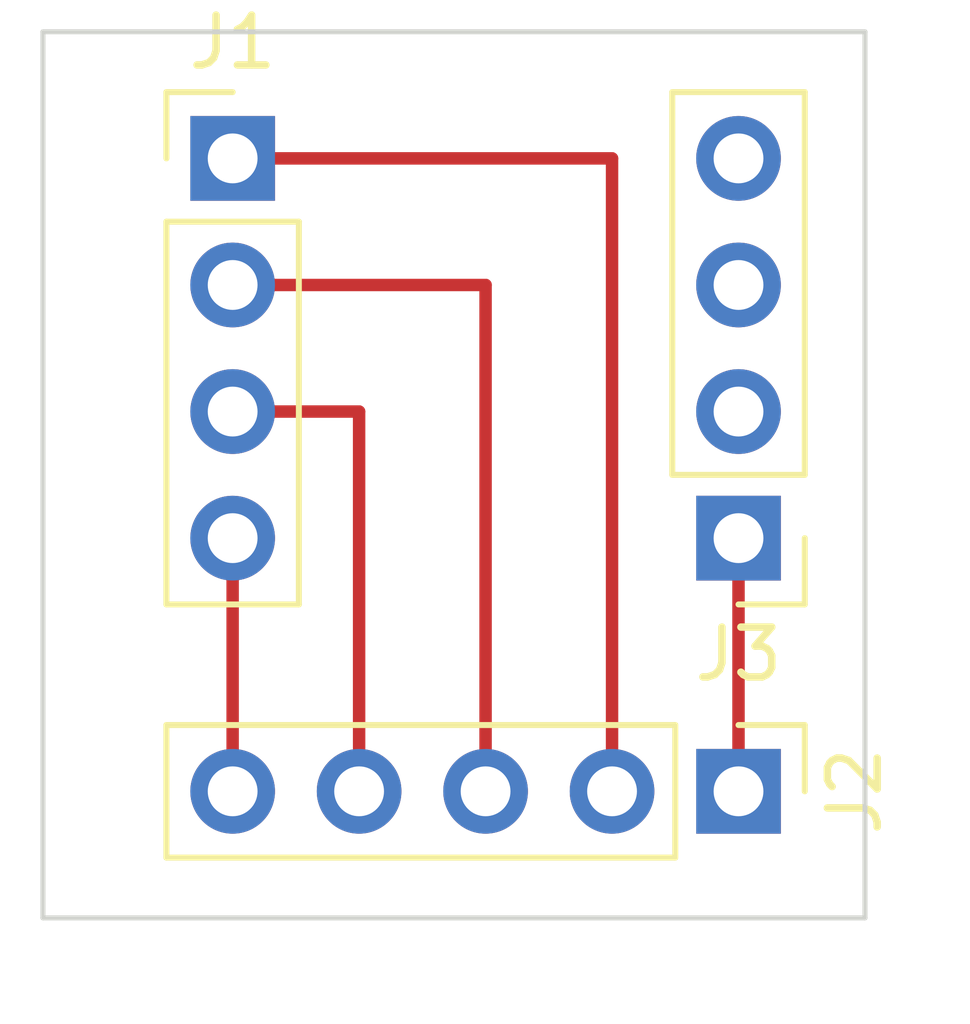
<source format=kicad_pcb>
(kicad_pcb (version 20171130) (host pcbnew "(5.1.10)-1")

  (general
    (thickness 1.6)
    (drawings 4)
    (tracks 8)
    (zones 0)
    (modules 3)
    (nets 9)
  )

  (page A4)
  (layers
    (0 F.Cu signal)
    (31 B.Cu signal)
    (32 B.Adhes user)
    (33 F.Adhes user)
    (34 B.Paste user)
    (35 F.Paste user)
    (36 B.SilkS user)
    (37 F.SilkS user)
    (38 B.Mask user)
    (39 F.Mask user)
    (40 Dwgs.User user)
    (41 Cmts.User user)
    (42 Eco1.User user)
    (43 Eco2.User user)
    (44 Edge.Cuts user)
    (45 Margin user)
    (46 B.CrtYd user)
    (47 F.CrtYd user)
    (48 B.Fab user)
    (49 F.Fab user)
  )

  (setup
    (last_trace_width 0.25)
    (trace_clearance 0.2)
    (zone_clearance 0.508)
    (zone_45_only no)
    (trace_min 0.2)
    (via_size 0.8)
    (via_drill 0.4)
    (via_min_size 0.4)
    (via_min_drill 0.3)
    (uvia_size 0.3)
    (uvia_drill 0.1)
    (uvias_allowed no)
    (uvia_min_size 0.2)
    (uvia_min_drill 0.1)
    (edge_width 0.05)
    (segment_width 0.2)
    (pcb_text_width 0.3)
    (pcb_text_size 1.5 1.5)
    (mod_edge_width 0.12)
    (mod_text_size 1 1)
    (mod_text_width 0.15)
    (pad_size 1.524 1.524)
    (pad_drill 0.762)
    (pad_to_mask_clearance 0)
    (aux_axis_origin 0 0)
    (visible_elements 7FFFFFFF)
    (pcbplotparams
      (layerselection 0x010fc_ffffffff)
      (usegerberextensions false)
      (usegerberattributes true)
      (usegerberadvancedattributes true)
      (creategerberjobfile true)
      (excludeedgelayer true)
      (linewidth 0.100000)
      (plotframeref false)
      (viasonmask false)
      (mode 1)
      (useauxorigin false)
      (hpglpennumber 1)
      (hpglpenspeed 20)
      (hpglpendiameter 15.000000)
      (psnegative false)
      (psa4output false)
      (plotreference true)
      (plotvalue true)
      (plotinvisibletext false)
      (padsonsilk false)
      (subtractmaskfromsilk false)
      (outputformat 1)
      (mirror false)
      (drillshape 1)
      (scaleselection 1)
      (outputdirectory ""))
  )

  (net 0 "")
  (net 1 "Net-(J1-Pad4)")
  (net 2 "Net-(J1-Pad3)")
  (net 3 "Net-(J1-Pad2)")
  (net 4 "Net-(J1-Pad1)")
  (net 5 "Net-(J2-Pad1)")
  (net 6 "Net-(J3-Pad4)")
  (net 7 "Net-(J3-Pad3)")
  (net 8 "Net-(J3-Pad2)")

  (net_class Default "This is the default net class."
    (clearance 0.2)
    (trace_width 0.25)
    (via_dia 0.8)
    (via_drill 0.4)
    (uvia_dia 0.3)
    (uvia_drill 0.1)
    (add_net "Net-(J1-Pad1)")
    (add_net "Net-(J1-Pad2)")
    (add_net "Net-(J1-Pad3)")
    (add_net "Net-(J1-Pad4)")
    (add_net "Net-(J2-Pad1)")
    (add_net "Net-(J3-Pad2)")
    (add_net "Net-(J3-Pad3)")
    (add_net "Net-(J3-Pad4)")
  )

  (module Connector_PinHeader_2.54mm:PinHeader_1x04_P2.54mm_Vertical (layer F.Cu) (tedit 59FED5CC) (tstamp 6180B5F9)
    (at 144.78 88.9 180)
    (descr "Through hole straight pin header, 1x04, 2.54mm pitch, single row")
    (tags "Through hole pin header THT 1x04 2.54mm single row")
    (path /6180596A)
    (fp_text reference J3 (at 0 -2.33) (layer F.SilkS)
      (effects (font (size 1 1) (thickness 0.15)))
    )
    (fp_text value Conn_01x04 (at 0 9.95) (layer F.Fab)
      (effects (font (size 1 1) (thickness 0.15)))
    )
    (fp_line (start 1.8 -1.8) (end -1.8 -1.8) (layer F.CrtYd) (width 0.05))
    (fp_line (start 1.8 9.4) (end 1.8 -1.8) (layer F.CrtYd) (width 0.05))
    (fp_line (start -1.8 9.4) (end 1.8 9.4) (layer F.CrtYd) (width 0.05))
    (fp_line (start -1.8 -1.8) (end -1.8 9.4) (layer F.CrtYd) (width 0.05))
    (fp_line (start -1.33 -1.33) (end 0 -1.33) (layer F.SilkS) (width 0.12))
    (fp_line (start -1.33 0) (end -1.33 -1.33) (layer F.SilkS) (width 0.12))
    (fp_line (start -1.33 1.27) (end 1.33 1.27) (layer F.SilkS) (width 0.12))
    (fp_line (start 1.33 1.27) (end 1.33 8.95) (layer F.SilkS) (width 0.12))
    (fp_line (start -1.33 1.27) (end -1.33 8.95) (layer F.SilkS) (width 0.12))
    (fp_line (start -1.33 8.95) (end 1.33 8.95) (layer F.SilkS) (width 0.12))
    (fp_line (start -1.27 -0.635) (end -0.635 -1.27) (layer F.Fab) (width 0.1))
    (fp_line (start -1.27 8.89) (end -1.27 -0.635) (layer F.Fab) (width 0.1))
    (fp_line (start 1.27 8.89) (end -1.27 8.89) (layer F.Fab) (width 0.1))
    (fp_line (start 1.27 -1.27) (end 1.27 8.89) (layer F.Fab) (width 0.1))
    (fp_line (start -0.635 -1.27) (end 1.27 -1.27) (layer F.Fab) (width 0.1))
    (fp_text user %R (at 0 3.81 90) (layer F.Fab)
      (effects (font (size 1 1) (thickness 0.15)))
    )
    (pad 4 thru_hole oval (at 0 7.62 180) (size 1.7 1.7) (drill 1) (layers *.Cu *.Mask)
      (net 6 "Net-(J3-Pad4)"))
    (pad 3 thru_hole oval (at 0 5.08 180) (size 1.7 1.7) (drill 1) (layers *.Cu *.Mask)
      (net 7 "Net-(J3-Pad3)"))
    (pad 2 thru_hole oval (at 0 2.54 180) (size 1.7 1.7) (drill 1) (layers *.Cu *.Mask)
      (net 8 "Net-(J3-Pad2)"))
    (pad 1 thru_hole rect (at 0 0 180) (size 1.7 1.7) (drill 1) (layers *.Cu *.Mask)
      (net 5 "Net-(J2-Pad1)"))
    (model ${KISYS3DMOD}/Connector_PinHeader_2.54mm.3dshapes/PinHeader_1x04_P2.54mm_Vertical.wrl
      (at (xyz 0 0 0))
      (scale (xyz 1 1 1))
      (rotate (xyz 0 0 0))
    )
  )

  (module Connector_PinHeader_2.54mm:PinHeader_1x05_P2.54mm_Vertical (layer F.Cu) (tedit 59FED5CC) (tstamp 6180B5E1)
    (at 144.78 93.98 270)
    (descr "Through hole straight pin header, 1x05, 2.54mm pitch, single row")
    (tags "Through hole pin header THT 1x05 2.54mm single row")
    (path /61807025)
    (fp_text reference J2 (at 0 -2.33 90) (layer F.SilkS)
      (effects (font (size 1 1) (thickness 0.15)))
    )
    (fp_text value Conn_01x05 (at 0 12.49 90) (layer F.Fab)
      (effects (font (size 1 1) (thickness 0.15)))
    )
    (fp_line (start 1.8 -1.8) (end -1.8 -1.8) (layer F.CrtYd) (width 0.05))
    (fp_line (start 1.8 11.95) (end 1.8 -1.8) (layer F.CrtYd) (width 0.05))
    (fp_line (start -1.8 11.95) (end 1.8 11.95) (layer F.CrtYd) (width 0.05))
    (fp_line (start -1.8 -1.8) (end -1.8 11.95) (layer F.CrtYd) (width 0.05))
    (fp_line (start -1.33 -1.33) (end 0 -1.33) (layer F.SilkS) (width 0.12))
    (fp_line (start -1.33 0) (end -1.33 -1.33) (layer F.SilkS) (width 0.12))
    (fp_line (start -1.33 1.27) (end 1.33 1.27) (layer F.SilkS) (width 0.12))
    (fp_line (start 1.33 1.27) (end 1.33 11.49) (layer F.SilkS) (width 0.12))
    (fp_line (start -1.33 1.27) (end -1.33 11.49) (layer F.SilkS) (width 0.12))
    (fp_line (start -1.33 11.49) (end 1.33 11.49) (layer F.SilkS) (width 0.12))
    (fp_line (start -1.27 -0.635) (end -0.635 -1.27) (layer F.Fab) (width 0.1))
    (fp_line (start -1.27 11.43) (end -1.27 -0.635) (layer F.Fab) (width 0.1))
    (fp_line (start 1.27 11.43) (end -1.27 11.43) (layer F.Fab) (width 0.1))
    (fp_line (start 1.27 -1.27) (end 1.27 11.43) (layer F.Fab) (width 0.1))
    (fp_line (start -0.635 -1.27) (end 1.27 -1.27) (layer F.Fab) (width 0.1))
    (fp_text user %R (at 0 5.08) (layer F.Fab)
      (effects (font (size 1 1) (thickness 0.15)))
    )
    (pad 5 thru_hole oval (at 0 10.16 270) (size 1.7 1.7) (drill 1) (layers *.Cu *.Mask)
      (net 1 "Net-(J1-Pad4)"))
    (pad 4 thru_hole oval (at 0 7.62 270) (size 1.7 1.7) (drill 1) (layers *.Cu *.Mask)
      (net 2 "Net-(J1-Pad3)"))
    (pad 3 thru_hole oval (at 0 5.08 270) (size 1.7 1.7) (drill 1) (layers *.Cu *.Mask)
      (net 3 "Net-(J1-Pad2)"))
    (pad 2 thru_hole oval (at 0 2.54 270) (size 1.7 1.7) (drill 1) (layers *.Cu *.Mask)
      (net 4 "Net-(J1-Pad1)"))
    (pad 1 thru_hole rect (at 0 0 270) (size 1.7 1.7) (drill 1) (layers *.Cu *.Mask)
      (net 5 "Net-(J2-Pad1)"))
    (model ${KISYS3DMOD}/Connector_PinHeader_2.54mm.3dshapes/PinHeader_1x05_P2.54mm_Vertical.wrl
      (at (xyz 0 0 0))
      (scale (xyz 1 1 1))
      (rotate (xyz 0 0 0))
    )
  )

  (module Connector_PinHeader_2.54mm:PinHeader_1x04_P2.54mm_Vertical (layer F.Cu) (tedit 59FED5CC) (tstamp 6180B5C8)
    (at 134.62 81.28)
    (descr "Through hole straight pin header, 1x04, 2.54mm pitch, single row")
    (tags "Through hole pin header THT 1x04 2.54mm single row")
    (path /6180643B)
    (fp_text reference J1 (at 0 -2.33) (layer F.SilkS)
      (effects (font (size 1 1) (thickness 0.15)))
    )
    (fp_text value Conn_01x04 (at 0 9.95) (layer F.Fab)
      (effects (font (size 1 1) (thickness 0.15)))
    )
    (fp_line (start 1.8 -1.8) (end -1.8 -1.8) (layer F.CrtYd) (width 0.05))
    (fp_line (start 1.8 9.4) (end 1.8 -1.8) (layer F.CrtYd) (width 0.05))
    (fp_line (start -1.8 9.4) (end 1.8 9.4) (layer F.CrtYd) (width 0.05))
    (fp_line (start -1.8 -1.8) (end -1.8 9.4) (layer F.CrtYd) (width 0.05))
    (fp_line (start -1.33 -1.33) (end 0 -1.33) (layer F.SilkS) (width 0.12))
    (fp_line (start -1.33 0) (end -1.33 -1.33) (layer F.SilkS) (width 0.12))
    (fp_line (start -1.33 1.27) (end 1.33 1.27) (layer F.SilkS) (width 0.12))
    (fp_line (start 1.33 1.27) (end 1.33 8.95) (layer F.SilkS) (width 0.12))
    (fp_line (start -1.33 1.27) (end -1.33 8.95) (layer F.SilkS) (width 0.12))
    (fp_line (start -1.33 8.95) (end 1.33 8.95) (layer F.SilkS) (width 0.12))
    (fp_line (start -1.27 -0.635) (end -0.635 -1.27) (layer F.Fab) (width 0.1))
    (fp_line (start -1.27 8.89) (end -1.27 -0.635) (layer F.Fab) (width 0.1))
    (fp_line (start 1.27 8.89) (end -1.27 8.89) (layer F.Fab) (width 0.1))
    (fp_line (start 1.27 -1.27) (end 1.27 8.89) (layer F.Fab) (width 0.1))
    (fp_line (start -0.635 -1.27) (end 1.27 -1.27) (layer F.Fab) (width 0.1))
    (fp_text user %R (at 0 3.81 90) (layer F.Fab)
      (effects (font (size 1 1) (thickness 0.15)))
    )
    (pad 4 thru_hole oval (at 0 7.62) (size 1.7 1.7) (drill 1) (layers *.Cu *.Mask)
      (net 1 "Net-(J1-Pad4)"))
    (pad 3 thru_hole oval (at 0 5.08) (size 1.7 1.7) (drill 1) (layers *.Cu *.Mask)
      (net 2 "Net-(J1-Pad3)"))
    (pad 2 thru_hole oval (at 0 2.54) (size 1.7 1.7) (drill 1) (layers *.Cu *.Mask)
      (net 3 "Net-(J1-Pad2)"))
    (pad 1 thru_hole rect (at 0 0) (size 1.7 1.7) (drill 1) (layers *.Cu *.Mask)
      (net 4 "Net-(J1-Pad1)"))
    (model ${KISYS3DMOD}/Connector_PinHeader_2.54mm.3dshapes/PinHeader_1x04_P2.54mm_Vertical.wrl
      (at (xyz 0 0 0))
      (scale (xyz 1 1 1))
      (rotate (xyz 0 0 0))
    )
  )

  (gr_line (start 147.32 78.74) (end 147.32 96.52) (layer Edge.Cuts) (width 0.1))
  (gr_line (start 130.81 78.74) (end 147.32 78.74) (layer Edge.Cuts) (width 0.1))
  (gr_line (start 130.81 96.52) (end 130.81 78.74) (layer Edge.Cuts) (width 0.1))
  (gr_line (start 147.32 96.52) (end 130.81 96.52) (layer Edge.Cuts) (width 0.1))

  (segment (start 134.62 88.9) (end 134.62 93.98) (width 0.25) (layer F.Cu) (net 1))
  (segment (start 134.62 86.36) (end 137.16 86.36) (width 0.25) (layer F.Cu) (net 2))
  (segment (start 137.16 86.36) (end 137.16 93.98) (width 0.25) (layer F.Cu) (net 2))
  (segment (start 134.62 83.82) (end 139.7 83.82) (width 0.25) (layer F.Cu) (net 3))
  (segment (start 139.7 83.82) (end 139.7 93.98) (width 0.25) (layer F.Cu) (net 3))
  (segment (start 134.62 81.28) (end 142.24 81.28) (width 0.25) (layer F.Cu) (net 4))
  (segment (start 142.24 81.28) (end 142.24 93.98) (width 0.25) (layer F.Cu) (net 4))
  (segment (start 144.78 88.9) (end 144.78 93.98) (width 0.25) (layer F.Cu) (net 5))

)

</source>
